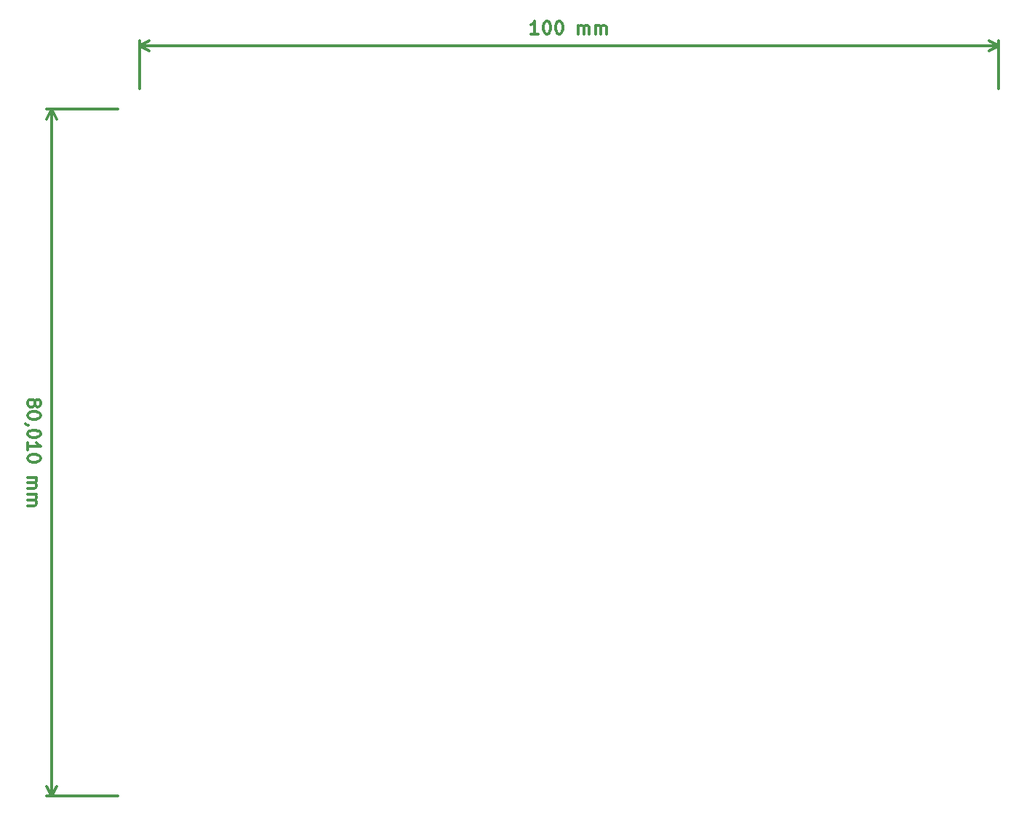
<source format=gbr>
G04 #@! TF.GenerationSoftware,KiCad,Pcbnew,5.0.0-fee4fd1~66~ubuntu18.04.1*
G04 #@! TF.CreationDate,2018-11-22T16:02:16+01:00*
G04 #@! TF.ProjectId,hwpboard,687770626F6172642E6B696361645F70,rev?*
G04 #@! TF.SameCoordinates,PX67c7620PY282da50*
G04 #@! TF.FileFunction,Drawing*
%FSLAX45Y45*%
G04 Gerber Fmt 4.5, Leading zero omitted, Abs format (unit mm)*
G04 Created by KiCad (PCBNEW 5.0.0-fee4fd1~66~ubuntu18.04.1) date Thu Nov 22 16:02:16 2018*
%MOMM*%
%LPD*%
G01*
G04 APERTURE LIST*
%ADD10C,0.300000*%
G04 APERTURE END LIST*
D10*
X-1217143Y-3408643D02*
X-1210000Y-3394357D01*
X-1202857Y-3387214D01*
X-1188572Y-3380071D01*
X-1181429Y-3380071D01*
X-1167143Y-3387214D01*
X-1160000Y-3394357D01*
X-1152857Y-3408643D01*
X-1152857Y-3437214D01*
X-1160000Y-3451500D01*
X-1167143Y-3458643D01*
X-1181429Y-3465786D01*
X-1188572Y-3465786D01*
X-1202857Y-3458643D01*
X-1210000Y-3451500D01*
X-1217143Y-3437214D01*
X-1217143Y-3408643D01*
X-1224286Y-3394357D01*
X-1231429Y-3387214D01*
X-1245714Y-3380071D01*
X-1274286Y-3380071D01*
X-1288572Y-3387214D01*
X-1295714Y-3394357D01*
X-1302857Y-3408643D01*
X-1302857Y-3437214D01*
X-1295714Y-3451500D01*
X-1288572Y-3458643D01*
X-1274286Y-3465786D01*
X-1245714Y-3465786D01*
X-1231429Y-3458643D01*
X-1224286Y-3451500D01*
X-1217143Y-3437214D01*
X-1152857Y-3558643D02*
X-1152857Y-3572928D01*
X-1160000Y-3587214D01*
X-1167143Y-3594357D01*
X-1181429Y-3601500D01*
X-1210000Y-3608643D01*
X-1245714Y-3608643D01*
X-1274286Y-3601500D01*
X-1288572Y-3594357D01*
X-1295714Y-3587214D01*
X-1302857Y-3572928D01*
X-1302857Y-3558643D01*
X-1295714Y-3544357D01*
X-1288572Y-3537214D01*
X-1274286Y-3530071D01*
X-1245714Y-3522928D01*
X-1210000Y-3522928D01*
X-1181429Y-3530071D01*
X-1167143Y-3537214D01*
X-1160000Y-3544357D01*
X-1152857Y-3558643D01*
X-1295714Y-3680071D02*
X-1302857Y-3680071D01*
X-1317143Y-3672928D01*
X-1324286Y-3665786D01*
X-1152857Y-3772928D02*
X-1152857Y-3787214D01*
X-1160000Y-3801500D01*
X-1167143Y-3808643D01*
X-1181429Y-3815786D01*
X-1210000Y-3822928D01*
X-1245714Y-3822928D01*
X-1274286Y-3815786D01*
X-1288572Y-3808643D01*
X-1295714Y-3801500D01*
X-1302857Y-3787214D01*
X-1302857Y-3772928D01*
X-1295714Y-3758643D01*
X-1288572Y-3751500D01*
X-1274286Y-3744357D01*
X-1245714Y-3737214D01*
X-1210000Y-3737214D01*
X-1181429Y-3744357D01*
X-1167143Y-3751500D01*
X-1160000Y-3758643D01*
X-1152857Y-3772928D01*
X-1302857Y-3965786D02*
X-1302857Y-3880071D01*
X-1302857Y-3922928D02*
X-1152857Y-3922928D01*
X-1174286Y-3908643D01*
X-1188572Y-3894357D01*
X-1195714Y-3880071D01*
X-1152857Y-4058643D02*
X-1152857Y-4072928D01*
X-1160000Y-4087214D01*
X-1167143Y-4094357D01*
X-1181429Y-4101500D01*
X-1210000Y-4108643D01*
X-1245714Y-4108643D01*
X-1274286Y-4101500D01*
X-1288572Y-4094357D01*
X-1295714Y-4087214D01*
X-1302857Y-4072928D01*
X-1302857Y-4058643D01*
X-1295714Y-4044357D01*
X-1288572Y-4037214D01*
X-1274286Y-4030071D01*
X-1245714Y-4022928D01*
X-1210000Y-4022928D01*
X-1181429Y-4030071D01*
X-1167143Y-4037214D01*
X-1160000Y-4044357D01*
X-1152857Y-4058643D01*
X-1302857Y-4287214D02*
X-1202857Y-4287214D01*
X-1217143Y-4287214D02*
X-1210000Y-4294357D01*
X-1202857Y-4308643D01*
X-1202857Y-4330071D01*
X-1210000Y-4344357D01*
X-1224286Y-4351500D01*
X-1302857Y-4351500D01*
X-1224286Y-4351500D02*
X-1210000Y-4358643D01*
X-1202857Y-4372929D01*
X-1202857Y-4394357D01*
X-1210000Y-4408643D01*
X-1224286Y-4415786D01*
X-1302857Y-4415786D01*
X-1302857Y-4487214D02*
X-1202857Y-4487214D01*
X-1217143Y-4487214D02*
X-1210000Y-4494357D01*
X-1202857Y-4508643D01*
X-1202857Y-4530071D01*
X-1210000Y-4544357D01*
X-1224286Y-4551500D01*
X-1302857Y-4551500D01*
X-1224286Y-4551500D02*
X-1210000Y-4558643D01*
X-1202857Y-4572929D01*
X-1202857Y-4594357D01*
X-1210000Y-4608643D01*
X-1224286Y-4615786D01*
X-1302857Y-4615786D01*
X-1025000Y-1000D02*
X-1025000Y-8002000D01*
X-255000Y-1000D02*
X-1083642Y-1000D01*
X-255000Y-8002000D02*
X-1083642Y-8002000D01*
X-1025000Y-8002000D02*
X-1083642Y-7889350D01*
X-1025000Y-8002000D02*
X-966358Y-7889350D01*
X-1025000Y-1000D02*
X-1083642Y-113650D01*
X-1025000Y-1000D02*
X-966358Y-113650D01*
X4644264Y878832D02*
X4558550Y878832D01*
X4601407Y878832D02*
X4601407Y1028832D01*
X4587121Y1007403D01*
X4572835Y993117D01*
X4558550Y985974D01*
X4737121Y1028832D02*
X4751407Y1028832D01*
X4765693Y1021689D01*
X4772835Y1014546D01*
X4779978Y1000260D01*
X4787121Y971689D01*
X4787121Y935974D01*
X4779978Y907403D01*
X4772835Y893117D01*
X4765693Y885974D01*
X4751407Y878832D01*
X4737121Y878832D01*
X4722835Y885974D01*
X4715693Y893117D01*
X4708550Y907403D01*
X4701407Y935974D01*
X4701407Y971689D01*
X4708550Y1000260D01*
X4715693Y1014546D01*
X4722835Y1021689D01*
X4737121Y1028832D01*
X4879978Y1028832D02*
X4894264Y1028832D01*
X4908550Y1021689D01*
X4915693Y1014546D01*
X4922835Y1000260D01*
X4929978Y971689D01*
X4929978Y935974D01*
X4922835Y907403D01*
X4915693Y893117D01*
X4908550Y885974D01*
X4894264Y878832D01*
X4879978Y878832D01*
X4865693Y885974D01*
X4858550Y893117D01*
X4851407Y907403D01*
X4844264Y935974D01*
X4844264Y971689D01*
X4851407Y1000260D01*
X4858550Y1014546D01*
X4865693Y1021689D01*
X4879978Y1028832D01*
X5108550Y878832D02*
X5108550Y978832D01*
X5108550Y964546D02*
X5115693Y971689D01*
X5129978Y978832D01*
X5151407Y978832D01*
X5165693Y971689D01*
X5172835Y957403D01*
X5172835Y878832D01*
X5172835Y957403D02*
X5179978Y971689D01*
X5194264Y978832D01*
X5215693Y978832D01*
X5229978Y971689D01*
X5237121Y957403D01*
X5237121Y878832D01*
X5308550Y878832D02*
X5308550Y978832D01*
X5308550Y964546D02*
X5315693Y971689D01*
X5329978Y978832D01*
X5351407Y978832D01*
X5365693Y971689D01*
X5372835Y957403D01*
X5372835Y878832D01*
X5372835Y957403D02*
X5379978Y971689D01*
X5394264Y978832D01*
X5415693Y978832D01*
X5429978Y971689D01*
X5437121Y957403D01*
X5437121Y878832D01*
X1407Y736689D02*
X10001407Y736689D01*
X1407Y236689D02*
X1407Y795331D01*
X10001407Y236689D02*
X10001407Y795331D01*
X10001407Y736689D02*
X9888757Y678047D01*
X10001407Y736689D02*
X9888757Y795331D01*
X1407Y736689D02*
X114057Y678047D01*
X1407Y736689D02*
X114057Y795331D01*
M02*

</source>
